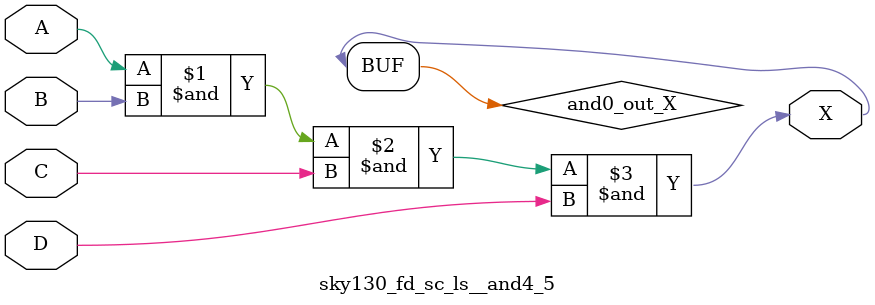
<source format=v>
module sky130_fd_sc_ls__and4_5 (
    X,
    A,
    B,
    C,
    D
);
    output X;
    input  A;
    input  B;
    input  C;
    input  D;
    wire and0_out_X;
    and and0 (and0_out_X, A, B, C, D     );
    buf buf0 (X         , and0_out_X     );
endmodule
</source>
